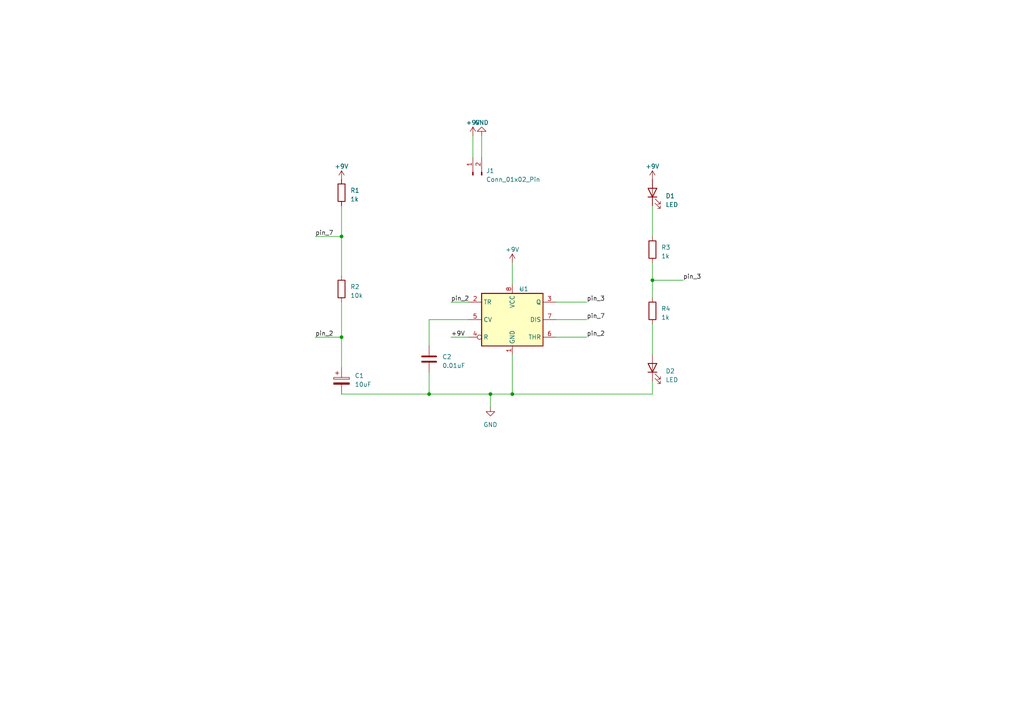
<source format=kicad_sch>
(kicad_sch (version 20230121) (generator eeschema)

  (uuid a2b8cef3-f0e8-41a3-bf7a-105688e3c301)

  (paper "A4")

  (lib_symbols
    (symbol "Connector:Conn_01x02_Pin" (pin_names (offset 1.016) hide) (in_bom yes) (on_board yes)
      (property "Reference" "J" (at 0 2.54 0)
        (effects (font (size 1.27 1.27)))
      )
      (property "Value" "Conn_01x02_Pin" (at 0 -5.08 0)
        (effects (font (size 1.27 1.27)))
      )
      (property "Footprint" "" (at 0 0 0)
        (effects (font (size 1.27 1.27)) hide)
      )
      (property "Datasheet" "~" (at 0 0 0)
        (effects (font (size 1.27 1.27)) hide)
      )
      (property "ki_locked" "" (at 0 0 0)
        (effects (font (size 1.27 1.27)))
      )
      (property "ki_keywords" "connector" (at 0 0 0)
        (effects (font (size 1.27 1.27)) hide)
      )
      (property "ki_description" "Generic connector, single row, 01x02, script generated" (at 0 0 0)
        (effects (font (size 1.27 1.27)) hide)
      )
      (property "ki_fp_filters" "Connector*:*_1x??_*" (at 0 0 0)
        (effects (font (size 1.27 1.27)) hide)
      )
      (symbol "Conn_01x02_Pin_1_1"
        (polyline
          (pts
            (xy 1.27 -2.54)
            (xy 0.8636 -2.54)
          )
          (stroke (width 0.1524) (type default))
          (fill (type none))
        )
        (polyline
          (pts
            (xy 1.27 0)
            (xy 0.8636 0)
          )
          (stroke (width 0.1524) (type default))
          (fill (type none))
        )
        (rectangle (start 0.8636 -2.413) (end 0 -2.667)
          (stroke (width 0.1524) (type default))
          (fill (type outline))
        )
        (rectangle (start 0.8636 0.127) (end 0 -0.127)
          (stroke (width 0.1524) (type default))
          (fill (type outline))
        )
        (pin passive line (at 5.08 0 180) (length 3.81)
          (name "Pin_1" (effects (font (size 1.27 1.27))))
          (number "1" (effects (font (size 1.27 1.27))))
        )
        (pin passive line (at 5.08 -2.54 180) (length 3.81)
          (name "Pin_2" (effects (font (size 1.27 1.27))))
          (number "2" (effects (font (size 1.27 1.27))))
        )
      )
    )
    (symbol "Device:C" (pin_numbers hide) (pin_names (offset 0.254)) (in_bom yes) (on_board yes)
      (property "Reference" "C" (at 0.635 2.54 0)
        (effects (font (size 1.27 1.27)) (justify left))
      )
      (property "Value" "C" (at 0.635 -2.54 0)
        (effects (font (size 1.27 1.27)) (justify left))
      )
      (property "Footprint" "" (at 0.9652 -3.81 0)
        (effects (font (size 1.27 1.27)) hide)
      )
      (property "Datasheet" "~" (at 0 0 0)
        (effects (font (size 1.27 1.27)) hide)
      )
      (property "ki_keywords" "cap capacitor" (at 0 0 0)
        (effects (font (size 1.27 1.27)) hide)
      )
      (property "ki_description" "Unpolarized capacitor" (at 0 0 0)
        (effects (font (size 1.27 1.27)) hide)
      )
      (property "ki_fp_filters" "C_*" (at 0 0 0)
        (effects (font (size 1.27 1.27)) hide)
      )
      (symbol "C_0_1"
        (polyline
          (pts
            (xy -2.032 -0.762)
            (xy 2.032 -0.762)
          )
          (stroke (width 0.508) (type default))
          (fill (type none))
        )
        (polyline
          (pts
            (xy -2.032 0.762)
            (xy 2.032 0.762)
          )
          (stroke (width 0.508) (type default))
          (fill (type none))
        )
      )
      (symbol "C_1_1"
        (pin passive line (at 0 3.81 270) (length 2.794)
          (name "~" (effects (font (size 1.27 1.27))))
          (number "1" (effects (font (size 1.27 1.27))))
        )
        (pin passive line (at 0 -3.81 90) (length 2.794)
          (name "~" (effects (font (size 1.27 1.27))))
          (number "2" (effects (font (size 1.27 1.27))))
        )
      )
    )
    (symbol "Device:C_Polarized" (pin_numbers hide) (pin_names (offset 0.254)) (in_bom yes) (on_board yes)
      (property "Reference" "C" (at 0.635 2.54 0)
        (effects (font (size 1.27 1.27)) (justify left))
      )
      (property "Value" "C_Polarized" (at 0.635 -2.54 0)
        (effects (font (size 1.27 1.27)) (justify left))
      )
      (property "Footprint" "" (at 0.9652 -3.81 0)
        (effects (font (size 1.27 1.27)) hide)
      )
      (property "Datasheet" "~" (at 0 0 0)
        (effects (font (size 1.27 1.27)) hide)
      )
      (property "ki_keywords" "cap capacitor" (at 0 0 0)
        (effects (font (size 1.27 1.27)) hide)
      )
      (property "ki_description" "Polarized capacitor" (at 0 0 0)
        (effects (font (size 1.27 1.27)) hide)
      )
      (property "ki_fp_filters" "CP_*" (at 0 0 0)
        (effects (font (size 1.27 1.27)) hide)
      )
      (symbol "C_Polarized_0_1"
        (rectangle (start -2.286 0.508) (end 2.286 1.016)
          (stroke (width 0) (type default))
          (fill (type none))
        )
        (polyline
          (pts
            (xy -1.778 2.286)
            (xy -0.762 2.286)
          )
          (stroke (width 0) (type default))
          (fill (type none))
        )
        (polyline
          (pts
            (xy -1.27 2.794)
            (xy -1.27 1.778)
          )
          (stroke (width 0) (type default))
          (fill (type none))
        )
        (rectangle (start 2.286 -0.508) (end -2.286 -1.016)
          (stroke (width 0) (type default))
          (fill (type outline))
        )
      )
      (symbol "C_Polarized_1_1"
        (pin passive line (at 0 3.81 270) (length 2.794)
          (name "~" (effects (font (size 1.27 1.27))))
          (number "1" (effects (font (size 1.27 1.27))))
        )
        (pin passive line (at 0 -3.81 90) (length 2.794)
          (name "~" (effects (font (size 1.27 1.27))))
          (number "2" (effects (font (size 1.27 1.27))))
        )
      )
    )
    (symbol "Device:LED" (pin_numbers hide) (pin_names (offset 1.016) hide) (in_bom yes) (on_board yes)
      (property "Reference" "D" (at 0 2.54 0)
        (effects (font (size 1.27 1.27)))
      )
      (property "Value" "LED" (at 0 -2.54 0)
        (effects (font (size 1.27 1.27)))
      )
      (property "Footprint" "" (at 0 0 0)
        (effects (font (size 1.27 1.27)) hide)
      )
      (property "Datasheet" "~" (at 0 0 0)
        (effects (font (size 1.27 1.27)) hide)
      )
      (property "ki_keywords" "LED diode" (at 0 0 0)
        (effects (font (size 1.27 1.27)) hide)
      )
      (property "ki_description" "Light emitting diode" (at 0 0 0)
        (effects (font (size 1.27 1.27)) hide)
      )
      (property "ki_fp_filters" "LED* LED_SMD:* LED_THT:*" (at 0 0 0)
        (effects (font (size 1.27 1.27)) hide)
      )
      (symbol "LED_0_1"
        (polyline
          (pts
            (xy -1.27 -1.27)
            (xy -1.27 1.27)
          )
          (stroke (width 0.254) (type default))
          (fill (type none))
        )
        (polyline
          (pts
            (xy -1.27 0)
            (xy 1.27 0)
          )
          (stroke (width 0) (type default))
          (fill (type none))
        )
        (polyline
          (pts
            (xy 1.27 -1.27)
            (xy 1.27 1.27)
            (xy -1.27 0)
            (xy 1.27 -1.27)
          )
          (stroke (width 0.254) (type default))
          (fill (type none))
        )
        (polyline
          (pts
            (xy -3.048 -0.762)
            (xy -4.572 -2.286)
            (xy -3.81 -2.286)
            (xy -4.572 -2.286)
            (xy -4.572 -1.524)
          )
          (stroke (width 0) (type default))
          (fill (type none))
        )
        (polyline
          (pts
            (xy -1.778 -0.762)
            (xy -3.302 -2.286)
            (xy -2.54 -2.286)
            (xy -3.302 -2.286)
            (xy -3.302 -1.524)
          )
          (stroke (width 0) (type default))
          (fill (type none))
        )
      )
      (symbol "LED_1_1"
        (pin passive line (at -3.81 0 0) (length 2.54)
          (name "K" (effects (font (size 1.27 1.27))))
          (number "1" (effects (font (size 1.27 1.27))))
        )
        (pin passive line (at 3.81 0 180) (length 2.54)
          (name "A" (effects (font (size 1.27 1.27))))
          (number "2" (effects (font (size 1.27 1.27))))
        )
      )
    )
    (symbol "Device:R" (pin_numbers hide) (pin_names (offset 0)) (in_bom yes) (on_board yes)
      (property "Reference" "R" (at 2.032 0 90)
        (effects (font (size 1.27 1.27)))
      )
      (property "Value" "R" (at 0 0 90)
        (effects (font (size 1.27 1.27)))
      )
      (property "Footprint" "" (at -1.778 0 90)
        (effects (font (size 1.27 1.27)) hide)
      )
      (property "Datasheet" "~" (at 0 0 0)
        (effects (font (size 1.27 1.27)) hide)
      )
      (property "ki_keywords" "R res resistor" (at 0 0 0)
        (effects (font (size 1.27 1.27)) hide)
      )
      (property "ki_description" "Resistor" (at 0 0 0)
        (effects (font (size 1.27 1.27)) hide)
      )
      (property "ki_fp_filters" "R_*" (at 0 0 0)
        (effects (font (size 1.27 1.27)) hide)
      )
      (symbol "R_0_1"
        (rectangle (start -1.016 -2.54) (end 1.016 2.54)
          (stroke (width 0.254) (type default))
          (fill (type none))
        )
      )
      (symbol "R_1_1"
        (pin passive line (at 0 3.81 270) (length 1.27)
          (name "~" (effects (font (size 1.27 1.27))))
          (number "1" (effects (font (size 1.27 1.27))))
        )
        (pin passive line (at 0 -3.81 90) (length 1.27)
          (name "~" (effects (font (size 1.27 1.27))))
          (number "2" (effects (font (size 1.27 1.27))))
        )
      )
    )
    (symbol "Timer:NE555D" (in_bom yes) (on_board yes)
      (property "Reference" "U" (at -10.16 8.89 0)
        (effects (font (size 1.27 1.27)) (justify left))
      )
      (property "Value" "NE555D" (at 2.54 8.89 0)
        (effects (font (size 1.27 1.27)) (justify left))
      )
      (property "Footprint" "Package_SO:SOIC-8_3.9x4.9mm_P1.27mm" (at 21.59 -10.16 0)
        (effects (font (size 1.27 1.27)) hide)
      )
      (property "Datasheet" "http://www.ti.com/lit/ds/symlink/ne555.pdf" (at 21.59 -10.16 0)
        (effects (font (size 1.27 1.27)) hide)
      )
      (property "ki_keywords" "single timer 555" (at 0 0 0)
        (effects (font (size 1.27 1.27)) hide)
      )
      (property "ki_description" "Precision Timers, 555 compatible, SOIC-8" (at 0 0 0)
        (effects (font (size 1.27 1.27)) hide)
      )
      (property "ki_fp_filters" "SOIC*3.9x4.9mm*P1.27mm*" (at 0 0 0)
        (effects (font (size 1.27 1.27)) hide)
      )
      (symbol "NE555D_0_0"
        (pin power_in line (at 0 -10.16 90) (length 2.54)
          (name "GND" (effects (font (size 1.27 1.27))))
          (number "1" (effects (font (size 1.27 1.27))))
        )
        (pin power_in line (at 0 10.16 270) (length 2.54)
          (name "VCC" (effects (font (size 1.27 1.27))))
          (number "8" (effects (font (size 1.27 1.27))))
        )
      )
      (symbol "NE555D_0_1"
        (rectangle (start -8.89 -7.62) (end 8.89 7.62)
          (stroke (width 0.254) (type default))
          (fill (type background))
        )
        (rectangle (start -8.89 -7.62) (end 8.89 7.62)
          (stroke (width 0.254) (type default))
          (fill (type background))
        )
      )
      (symbol "NE555D_1_1"
        (pin input line (at -12.7 5.08 0) (length 3.81)
          (name "TR" (effects (font (size 1.27 1.27))))
          (number "2" (effects (font (size 1.27 1.27))))
        )
        (pin output line (at 12.7 5.08 180) (length 3.81)
          (name "Q" (effects (font (size 1.27 1.27))))
          (number "3" (effects (font (size 1.27 1.27))))
        )
        (pin input inverted (at -12.7 -5.08 0) (length 3.81)
          (name "R" (effects (font (size 1.27 1.27))))
          (number "4" (effects (font (size 1.27 1.27))))
        )
        (pin input line (at -12.7 0 0) (length 3.81)
          (name "CV" (effects (font (size 1.27 1.27))))
          (number "5" (effects (font (size 1.27 1.27))))
        )
        (pin input line (at 12.7 -5.08 180) (length 3.81)
          (name "THR" (effects (font (size 1.27 1.27))))
          (number "6" (effects (font (size 1.27 1.27))))
        )
        (pin input line (at 12.7 0 180) (length 3.81)
          (name "DIS" (effects (font (size 1.27 1.27))))
          (number "7" (effects (font (size 1.27 1.27))))
        )
      )
    )
    (symbol "power:+9V" (power) (pin_names (offset 0)) (in_bom yes) (on_board yes)
      (property "Reference" "#PWR" (at 0 -3.81 0)
        (effects (font (size 1.27 1.27)) hide)
      )
      (property "Value" "+9V" (at 0 3.556 0)
        (effects (font (size 1.27 1.27)))
      )
      (property "Footprint" "" (at 0 0 0)
        (effects (font (size 1.27 1.27)) hide)
      )
      (property "Datasheet" "" (at 0 0 0)
        (effects (font (size 1.27 1.27)) hide)
      )
      (property "ki_keywords" "global power" (at 0 0 0)
        (effects (font (size 1.27 1.27)) hide)
      )
      (property "ki_description" "Power symbol creates a global label with name \"+9V\"" (at 0 0 0)
        (effects (font (size 1.27 1.27)) hide)
      )
      (symbol "+9V_0_1"
        (polyline
          (pts
            (xy -0.762 1.27)
            (xy 0 2.54)
          )
          (stroke (width 0) (type default))
          (fill (type none))
        )
        (polyline
          (pts
            (xy 0 0)
            (xy 0 2.54)
          )
          (stroke (width 0) (type default))
          (fill (type none))
        )
        (polyline
          (pts
            (xy 0 2.54)
            (xy 0.762 1.27)
          )
          (stroke (width 0) (type default))
          (fill (type none))
        )
      )
      (symbol "+9V_1_1"
        (pin power_in line (at 0 0 90) (length 0) hide
          (name "+9V" (effects (font (size 1.27 1.27))))
          (number "1" (effects (font (size 1.27 1.27))))
        )
      )
    )
    (symbol "power:GND" (power) (pin_names (offset 0)) (in_bom yes) (on_board yes)
      (property "Reference" "#PWR" (at 0 -6.35 0)
        (effects (font (size 1.27 1.27)) hide)
      )
      (property "Value" "GND" (at 0 -3.81 0)
        (effects (font (size 1.27 1.27)))
      )
      (property "Footprint" "" (at 0 0 0)
        (effects (font (size 1.27 1.27)) hide)
      )
      (property "Datasheet" "" (at 0 0 0)
        (effects (font (size 1.27 1.27)) hide)
      )
      (property "ki_keywords" "global power" (at 0 0 0)
        (effects (font (size 1.27 1.27)) hide)
      )
      (property "ki_description" "Power symbol creates a global label with name \"GND\" , ground" (at 0 0 0)
        (effects (font (size 1.27 1.27)) hide)
      )
      (symbol "GND_0_1"
        (polyline
          (pts
            (xy 0 0)
            (xy 0 -1.27)
            (xy 1.27 -1.27)
            (xy 0 -2.54)
            (xy -1.27 -1.27)
            (xy 0 -1.27)
          )
          (stroke (width 0) (type default))
          (fill (type none))
        )
      )
      (symbol "GND_1_1"
        (pin power_in line (at 0 0 270) (length 0) hide
          (name "GND" (effects (font (size 1.27 1.27))))
          (number "1" (effects (font (size 1.27 1.27))))
        )
      )
    )
  )


  (junction (at 148.59 114.3) (diameter 0) (color 0 0 0 0)
    (uuid 3316733d-92da-4702-9bab-2b86f07355fc)
  )
  (junction (at 189.23 81.28) (diameter 0) (color 0 0 0 0)
    (uuid 881f1f10-479d-4c19-8c87-f38a536bb9f4)
  )
  (junction (at 99.06 68.58) (diameter 0) (color 0 0 0 0)
    (uuid b4fa594e-f9d5-409d-a73f-21df863c229f)
  )
  (junction (at 124.46 114.3) (diameter 0) (color 0 0 0 0)
    (uuid c49bf0d9-5fc1-45a5-9574-3ff9f6c63a9e)
  )
  (junction (at 99.06 97.79) (diameter 0) (color 0 0 0 0)
    (uuid e0134eec-1586-4db7-b76d-2e27b400680b)
  )
  (junction (at 142.24 114.3) (diameter 0) (color 0 0 0 0)
    (uuid f7dbf279-c9d3-4903-beb2-86582bc81b9c)
  )

  (wire (pts (xy 189.23 93.98) (xy 189.23 102.87))
    (stroke (width 0) (type default))
    (uuid 05d337d3-6607-486b-89f1-2bb7586a5a9a)
  )
  (wire (pts (xy 130.81 97.79) (xy 135.89 97.79))
    (stroke (width 0) (type default))
    (uuid 1d617747-56a8-4811-98d7-ae6ce783af09)
  )
  (wire (pts (xy 189.23 110.49) (xy 189.23 114.3))
    (stroke (width 0) (type default))
    (uuid 1ff171fe-0c7d-40ce-8ba4-401c1c82c4b2)
  )
  (wire (pts (xy 189.23 76.2) (xy 189.23 81.28))
    (stroke (width 0) (type default))
    (uuid 21a6cd08-95f6-4238-b31d-6a7c9ba34ac6)
  )
  (wire (pts (xy 91.44 97.79) (xy 99.06 97.79))
    (stroke (width 0) (type default))
    (uuid 305d21a0-ca44-431d-b8d2-08cba5d81238)
  )
  (wire (pts (xy 99.06 114.3) (xy 124.46 114.3))
    (stroke (width 0) (type default))
    (uuid 33435594-9127-4c46-bd55-6d68b715f99a)
  )
  (wire (pts (xy 99.06 87.63) (xy 99.06 97.79))
    (stroke (width 0) (type default))
    (uuid 395d6632-8a35-4ab6-beb1-7b992257dd1e)
  )
  (wire (pts (xy 148.59 76.2) (xy 148.59 82.55))
    (stroke (width 0) (type default))
    (uuid 44648a3b-0755-4896-bdc3-21e5f884b26d)
  )
  (wire (pts (xy 124.46 100.33) (xy 124.46 92.71))
    (stroke (width 0) (type default))
    (uuid 4f7e0f4a-c44d-4646-a41e-4f7ed8f429a6)
  )
  (wire (pts (xy 142.24 114.3) (xy 142.24 118.11))
    (stroke (width 0) (type default))
    (uuid 5040e63b-7d4f-4010-b15b-0edc113f936c)
  )
  (wire (pts (xy 99.06 59.69) (xy 99.06 68.58))
    (stroke (width 0) (type default))
    (uuid 5a83db5d-4467-492e-9042-89ede7800a52)
  )
  (wire (pts (xy 142.24 114.3) (xy 124.46 114.3))
    (stroke (width 0) (type default))
    (uuid 645f46db-4106-415c-9974-aea4f62b1c2a)
  )
  (wire (pts (xy 91.44 68.58) (xy 99.06 68.58))
    (stroke (width 0) (type default))
    (uuid 6c5cf3f5-cb00-49a3-9576-fddd6cf64c04)
  )
  (wire (pts (xy 130.81 87.63) (xy 135.89 87.63))
    (stroke (width 0) (type default))
    (uuid 6ee5453c-786e-4ae5-9570-641ba56c946e)
  )
  (wire (pts (xy 161.29 87.63) (xy 170.18 87.63))
    (stroke (width 0) (type default))
    (uuid 7b2cded1-d3cf-4cdf-9f7d-a8ae794cc8c1)
  )
  (wire (pts (xy 137.16 39.37) (xy 137.16 45.72))
    (stroke (width 0) (type default))
    (uuid 8ed07e08-91d8-44a6-af57-87e6318334f8)
  )
  (wire (pts (xy 189.23 81.28) (xy 189.23 86.36))
    (stroke (width 0) (type default))
    (uuid 90b1867b-9be7-480c-aa17-d49cdd024fb4)
  )
  (wire (pts (xy 124.46 114.3) (xy 124.46 107.95))
    (stroke (width 0) (type default))
    (uuid a27e3ddd-cd08-46f6-97ac-c0411e977527)
  )
  (wire (pts (xy 139.7 39.37) (xy 139.7 45.72))
    (stroke (width 0) (type default))
    (uuid a2ea8b6c-fcf7-4599-9612-290c13a1ec58)
  )
  (wire (pts (xy 99.06 97.79) (xy 99.06 106.68))
    (stroke (width 0) (type default))
    (uuid a637f0c4-f98a-47df-85ad-309b571c39e7)
  )
  (wire (pts (xy 148.59 114.3) (xy 142.24 114.3))
    (stroke (width 0) (type default))
    (uuid b678b9ad-6854-4f67-aa7f-99934fb5d952)
  )
  (wire (pts (xy 148.59 102.87) (xy 148.59 114.3))
    (stroke (width 0) (type default))
    (uuid babff324-a777-4f32-ab97-0bdbbc38427a)
  )
  (wire (pts (xy 148.59 114.3) (xy 189.23 114.3))
    (stroke (width 0) (type default))
    (uuid cf73bc97-9c92-4ae2-8ecf-3cfef5269033)
  )
  (wire (pts (xy 99.06 68.58) (xy 99.06 80.01))
    (stroke (width 0) (type default))
    (uuid d127e391-ff9b-43f1-be73-b3e32f414e96)
  )
  (wire (pts (xy 189.23 81.28) (xy 198.12 81.28))
    (stroke (width 0) (type default))
    (uuid d55c96c7-bb4b-4a02-91aa-b534813ef373)
  )
  (wire (pts (xy 124.46 92.71) (xy 135.89 92.71))
    (stroke (width 0) (type default))
    (uuid e34c9f0c-12dd-4d11-8817-36eb6d6599ee)
  )
  (wire (pts (xy 161.29 97.79) (xy 170.18 97.79))
    (stroke (width 0) (type default))
    (uuid f44f3494-6080-419c-a9b4-e1d685afa86e)
  )
  (wire (pts (xy 161.29 92.71) (xy 170.18 92.71))
    (stroke (width 0) (type default))
    (uuid f9ce9e01-e0ff-4fb0-bb07-5efd3efd4cb2)
  )
  (wire (pts (xy 189.23 59.69) (xy 189.23 68.58))
    (stroke (width 0) (type default))
    (uuid ff7224f6-2372-4c31-bd46-456596dc6614)
  )

  (label "pin_7" (at 91.44 68.58 0) (fields_autoplaced)
    (effects (font (size 1.27 1.27)) (justify left bottom))
    (uuid 65a0a9c4-d39d-4c58-acae-f89d67ff169e)
  )
  (label "pin_3" (at 198.12 81.28 0) (fields_autoplaced)
    (effects (font (size 1.27 1.27)) (justify left bottom))
    (uuid 6e9aea1c-cdf8-4002-9cd4-ec2f4e196080)
  )
  (label "pin_2" (at 91.44 97.79 0) (fields_autoplaced)
    (effects (font (size 1.27 1.27)) (justify left bottom))
    (uuid 7fe7f180-984b-4728-8b49-d702edf9c865)
  )
  (label "pin_2" (at 130.81 87.63 0) (fields_autoplaced)
    (effects (font (size 1.27 1.27)) (justify left bottom))
    (uuid 8ae79972-7153-41c4-a76a-c036b742017c)
  )
  (label "+9V" (at 130.81 97.79 0) (fields_autoplaced)
    (effects (font (size 1.27 1.27)) (justify left bottom))
    (uuid a67ab2f0-67d5-4228-b573-77c8ebd723f4)
  )
  (label "pin_2" (at 170.18 97.79 0) (fields_autoplaced)
    (effects (font (size 1.27 1.27)) (justify left bottom))
    (uuid c8b24032-a719-41ef-9acc-12c1700afa66)
  )
  (label "pin_7" (at 170.18 92.71 0) (fields_autoplaced)
    (effects (font (size 1.27 1.27)) (justify left bottom))
    (uuid e21462c4-6590-4e29-bd8b-bdbd2eb3892d)
  )
  (label "pin_3" (at 170.18 87.63 0) (fields_autoplaced)
    (effects (font (size 1.27 1.27)) (justify left bottom))
    (uuid e83fcc1b-12c5-452b-b882-c38f78d9b540)
  )

  (symbol (lib_id "Connector:Conn_01x02_Pin") (at 137.16 50.8 90) (unit 1)
    (in_bom yes) (on_board yes) (dnp no) (fields_autoplaced)
    (uuid 0315c4be-b064-4c0b-86b1-1046281d48b3)
    (property "Reference" "J1" (at 140.97 49.53 90)
      (effects (font (size 1.27 1.27)) (justify right))
    )
    (property "Value" "Conn_01x02_Pin" (at 140.97 52.07 90)
      (effects (font (size 1.27 1.27)) (justify right))
    )
    (property "Footprint" "" (at 137.16 50.8 0)
      (effects (font (size 1.27 1.27)) hide)
    )
    (property "Datasheet" "~" (at 137.16 50.8 0)
      (effects (font (size 1.27 1.27)) hide)
    )
    (pin "1" (uuid a36c067a-574e-4180-ab14-b9f4c25a046a))
    (pin "2" (uuid 211355d9-b8b1-4342-993e-08e3b4ac6d35))
    (instances
      (project "555 timer"
        (path "/a2b8cef3-f0e8-41a3-bf7a-105688e3c301"
          (reference "J1") (unit 1)
        )
      )
    )
  )

  (symbol (lib_id "power:+9V") (at 99.06 52.07 0) (unit 1)
    (in_bom yes) (on_board yes) (dnp no) (fields_autoplaced)
    (uuid 03ebd95f-2c85-454b-a05b-2f2820123cca)
    (property "Reference" "#PWR04" (at 99.06 55.88 0)
      (effects (font (size 1.27 1.27)) hide)
    )
    (property "Value" "+9V" (at 99.06 48.26 0)
      (effects (font (size 1.27 1.27)))
    )
    (property "Footprint" "" (at 99.06 52.07 0)
      (effects (font (size 1.27 1.27)) hide)
    )
    (property "Datasheet" "" (at 99.06 52.07 0)
      (effects (font (size 1.27 1.27)) hide)
    )
    (pin "1" (uuid 03c5d186-5a43-4601-b861-4bdccb33ca95))
    (instances
      (project "555 timer"
        (path "/a2b8cef3-f0e8-41a3-bf7a-105688e3c301"
          (reference "#PWR04") (unit 1)
        )
      )
    )
  )

  (symbol (lib_id "Device:R") (at 189.23 90.17 0) (unit 1)
    (in_bom yes) (on_board yes) (dnp no) (fields_autoplaced)
    (uuid 07a2eee8-8794-4cb8-914a-78893592f37f)
    (property "Reference" "R4" (at 191.77 89.535 0)
      (effects (font (size 1.27 1.27)) (justify left))
    )
    (property "Value" "1k" (at 191.77 92.075 0)
      (effects (font (size 1.27 1.27)) (justify left))
    )
    (property "Footprint" "" (at 187.452 90.17 90)
      (effects (font (size 1.27 1.27)) hide)
    )
    (property "Datasheet" "~" (at 189.23 90.17 0)
      (effects (font (size 1.27 1.27)) hide)
    )
    (pin "1" (uuid 14b7022f-165b-4950-9957-3695865d475b))
    (pin "2" (uuid 93be01bd-3e6a-41b4-8a26-4578dc62a427))
    (instances
      (project "555 timer"
        (path "/a2b8cef3-f0e8-41a3-bf7a-105688e3c301"
          (reference "R4") (unit 1)
        )
      )
    )
  )

  (symbol (lib_id "power:+9V") (at 189.23 52.07 0) (unit 1)
    (in_bom yes) (on_board yes) (dnp no) (fields_autoplaced)
    (uuid 0ec6f54b-444c-46e3-a067-bd66d688ad53)
    (property "Reference" "#PWR02" (at 189.23 55.88 0)
      (effects (font (size 1.27 1.27)) hide)
    )
    (property "Value" "+9V" (at 189.23 48.26 0)
      (effects (font (size 1.27 1.27)))
    )
    (property "Footprint" "" (at 189.23 52.07 0)
      (effects (font (size 1.27 1.27)) hide)
    )
    (property "Datasheet" "" (at 189.23 52.07 0)
      (effects (font (size 1.27 1.27)) hide)
    )
    (pin "1" (uuid a2ecb937-f8bd-4b04-89ac-c08b6a50e4ce))
    (instances
      (project "555 timer"
        (path "/a2b8cef3-f0e8-41a3-bf7a-105688e3c301"
          (reference "#PWR02") (unit 1)
        )
      )
    )
  )

  (symbol (lib_id "power:GND") (at 142.24 118.11 0) (unit 1)
    (in_bom yes) (on_board yes) (dnp no) (fields_autoplaced)
    (uuid 16eca34c-7a87-4c47-8cbb-8ce63b4e6293)
    (property "Reference" "#PWR01" (at 142.24 124.46 0)
      (effects (font (size 1.27 1.27)) hide)
    )
    (property "Value" "GND" (at 142.24 123.19 0)
      (effects (font (size 1.27 1.27)))
    )
    (property "Footprint" "" (at 142.24 118.11 0)
      (effects (font (size 1.27 1.27)) hide)
    )
    (property "Datasheet" "" (at 142.24 118.11 0)
      (effects (font (size 1.27 1.27)) hide)
    )
    (pin "1" (uuid ff68c0ae-9b28-4c06-9a5a-d81d8bf4ccb6))
    (instances
      (project "555 timer"
        (path "/a2b8cef3-f0e8-41a3-bf7a-105688e3c301"
          (reference "#PWR01") (unit 1)
        )
      )
    )
  )

  (symbol (lib_id "Device:C") (at 124.46 104.14 0) (unit 1)
    (in_bom yes) (on_board yes) (dnp no) (fields_autoplaced)
    (uuid 20cd8f28-1e37-42c6-97d2-e86a2c8049d9)
    (property "Reference" "C2" (at 128.27 103.505 0)
      (effects (font (size 1.27 1.27)) (justify left))
    )
    (property "Value" "0.01uF" (at 128.27 106.045 0)
      (effects (font (size 1.27 1.27)) (justify left))
    )
    (property "Footprint" "" (at 125.4252 107.95 0)
      (effects (font (size 1.27 1.27)) hide)
    )
    (property "Datasheet" "~" (at 124.46 104.14 0)
      (effects (font (size 1.27 1.27)) hide)
    )
    (pin "1" (uuid 8d4a0609-3260-4f37-8805-5d80454a9561))
    (pin "2" (uuid d2d46b8b-d88a-4764-b29c-74a7f3b4f518))
    (instances
      (project "555 timer"
        (path "/a2b8cef3-f0e8-41a3-bf7a-105688e3c301"
          (reference "C2") (unit 1)
        )
      )
    )
  )

  (symbol (lib_id "Device:R") (at 189.23 72.39 0) (unit 1)
    (in_bom yes) (on_board yes) (dnp no) (fields_autoplaced)
    (uuid 27fb19ab-64c0-46a5-9b8f-148cc5d14cff)
    (property "Reference" "R3" (at 191.77 71.755 0)
      (effects (font (size 1.27 1.27)) (justify left))
    )
    (property "Value" "1k" (at 191.77 74.295 0)
      (effects (font (size 1.27 1.27)) (justify left))
    )
    (property "Footprint" "" (at 187.452 72.39 90)
      (effects (font (size 1.27 1.27)) hide)
    )
    (property "Datasheet" "~" (at 189.23 72.39 0)
      (effects (font (size 1.27 1.27)) hide)
    )
    (pin "1" (uuid f80c7f76-ff5c-4f32-8ea8-c5b52ba2e4c3))
    (pin "2" (uuid c2f72ea5-10b5-4e17-9670-e58d5bac4016))
    (instances
      (project "555 timer"
        (path "/a2b8cef3-f0e8-41a3-bf7a-105688e3c301"
          (reference "R3") (unit 1)
        )
      )
    )
  )

  (symbol (lib_id "Device:LED") (at 189.23 106.68 90) (unit 1)
    (in_bom yes) (on_board yes) (dnp no) (fields_autoplaced)
    (uuid 513ae135-72f0-400f-996b-16f72b4319d6)
    (property "Reference" "D2" (at 193.04 107.6325 90)
      (effects (font (size 1.27 1.27)) (justify right))
    )
    (property "Value" "LED" (at 193.04 110.1725 90)
      (effects (font (size 1.27 1.27)) (justify right))
    )
    (property "Footprint" "" (at 189.23 106.68 0)
      (effects (font (size 1.27 1.27)) hide)
    )
    (property "Datasheet" "~" (at 189.23 106.68 0)
      (effects (font (size 1.27 1.27)) hide)
    )
    (pin "1" (uuid 5548126e-6b4d-4a59-9d57-47b1cbd92b45))
    (pin "2" (uuid a4d4b301-430f-44a1-99fb-2903af131b6d))
    (instances
      (project "555 timer"
        (path "/a2b8cef3-f0e8-41a3-bf7a-105688e3c301"
          (reference "D2") (unit 1)
        )
      )
    )
  )

  (symbol (lib_id "power:+9V") (at 137.16 39.37 0) (unit 1)
    (in_bom yes) (on_board yes) (dnp no) (fields_autoplaced)
    (uuid 5c320511-8644-4e7f-9706-9df851c61fc4)
    (property "Reference" "#PWR05" (at 137.16 43.18 0)
      (effects (font (size 1.27 1.27)) hide)
    )
    (property "Value" "+9V" (at 137.16 35.56 0)
      (effects (font (size 1.27 1.27)))
    )
    (property "Footprint" "" (at 137.16 39.37 0)
      (effects (font (size 1.27 1.27)) hide)
    )
    (property "Datasheet" "" (at 137.16 39.37 0)
      (effects (font (size 1.27 1.27)) hide)
    )
    (pin "1" (uuid 7afa8d14-866a-4afe-88ef-d88ba33a1cbf))
    (instances
      (project "555 timer"
        (path "/a2b8cef3-f0e8-41a3-bf7a-105688e3c301"
          (reference "#PWR05") (unit 1)
        )
      )
    )
  )

  (symbol (lib_id "Device:LED") (at 189.23 55.88 90) (unit 1)
    (in_bom yes) (on_board yes) (dnp no) (fields_autoplaced)
    (uuid 63780f50-8664-439f-9b4d-14f50ed2a457)
    (property "Reference" "D1" (at 193.04 56.8325 90)
      (effects (font (size 1.27 1.27)) (justify right))
    )
    (property "Value" "LED" (at 193.04 59.3725 90)
      (effects (font (size 1.27 1.27)) (justify right))
    )
    (property "Footprint" "" (at 189.23 55.88 0)
      (effects (font (size 1.27 1.27)) hide)
    )
    (property "Datasheet" "~" (at 189.23 55.88 0)
      (effects (font (size 1.27 1.27)) hide)
    )
    (pin "1" (uuid 3522270e-2f34-4d7f-ad3c-8cf6bb783f94))
    (pin "2" (uuid c90f2d83-11dd-4067-8fcf-038a48248be3))
    (instances
      (project "555 timer"
        (path "/a2b8cef3-f0e8-41a3-bf7a-105688e3c301"
          (reference "D1") (unit 1)
        )
      )
    )
  )

  (symbol (lib_id "Timer:NE555D") (at 148.59 92.71 0) (unit 1)
    (in_bom yes) (on_board yes) (dnp no) (fields_autoplaced)
    (uuid 774b6d30-c06d-47a9-ac68-ab43c3a83573)
    (property "Reference" "U1" (at 150.5459 83.82 0)
      (effects (font (size 1.27 1.27)) (justify left))
    )
    (property "Value" "~" (at 150.5459 83.82 0)
      (effects (font (size 1.27 1.27)) (justify left))
    )
    (property "Footprint" "Package_SO:SOIC-8_3.9x4.9mm_P1.27mm" (at 170.18 102.87 0)
      (effects (font (size 1.27 1.27)) hide)
    )
    (property "Datasheet" "http://www.ti.com/lit/ds/symlink/ne555.pdf" (at 170.18 102.87 0)
      (effects (font (size 1.27 1.27)) hide)
    )
    (pin "1" (uuid 63655f5c-1aa0-4b44-be5c-c0ee7b4c72b2))
    (pin "8" (uuid c5e1082e-25a1-4afd-8478-5a98ff277e8c))
    (pin "2" (uuid d9f47438-8540-4d37-a4d7-b082f5755e99))
    (pin "3" (uuid 7df1a0cc-5bd1-42fd-907b-9e992bd1db0d))
    (pin "4" (uuid 6f9daf9b-324e-4de3-a4d6-a1183b79f436))
    (pin "5" (uuid 8e34f54e-d1cd-4602-a88a-b75d4a7111c8))
    (pin "6" (uuid 26c415c2-6706-4e42-9299-973d38fab7d0))
    (pin "7" (uuid e51faaed-0d53-48d9-96f5-c7bf18783e7f))
    (instances
      (project "555 timer"
        (path "/a2b8cef3-f0e8-41a3-bf7a-105688e3c301"
          (reference "U1") (unit 1)
        )
      )
    )
  )

  (symbol (lib_id "Device:C_Polarized") (at 99.06 110.49 0) (unit 1)
    (in_bom yes) (on_board yes) (dnp no) (fields_autoplaced)
    (uuid 9c621a02-8e3d-4d30-96ac-ffe92b0027c5)
    (property "Reference" "C1" (at 102.87 108.966 0)
      (effects (font (size 1.27 1.27)) (justify left))
    )
    (property "Value" "10uF" (at 102.87 111.506 0)
      (effects (font (size 1.27 1.27)) (justify left))
    )
    (property "Footprint" "" (at 100.0252 114.3 0)
      (effects (font (size 1.27 1.27)) hide)
    )
    (property "Datasheet" "~" (at 99.06 110.49 0)
      (effects (font (size 1.27 1.27)) hide)
    )
    (pin "1" (uuid 7a8fb3e2-bca6-464d-a4a1-a3902f6ebce6))
    (pin "2" (uuid aec85564-ee4a-446b-b316-ecf4047c7ec0))
    (instances
      (project "555 timer"
        (path "/a2b8cef3-f0e8-41a3-bf7a-105688e3c301"
          (reference "C1") (unit 1)
        )
      )
    )
  )

  (symbol (lib_id "power:GND") (at 139.7 39.37 180) (unit 1)
    (in_bom yes) (on_board yes) (dnp no) (fields_autoplaced)
    (uuid a279a8ac-6daa-479b-bc1f-104ebe9af218)
    (property "Reference" "#PWR06" (at 139.7 33.02 0)
      (effects (font (size 1.27 1.27)) hide)
    )
    (property "Value" "GND" (at 139.7 35.56 0)
      (effects (font (size 1.27 1.27)))
    )
    (property "Footprint" "" (at 139.7 39.37 0)
      (effects (font (size 1.27 1.27)) hide)
    )
    (property "Datasheet" "" (at 139.7 39.37 0)
      (effects (font (size 1.27 1.27)) hide)
    )
    (pin "1" (uuid 02c6ea22-27e5-4e17-b27d-05f0366914bf))
    (instances
      (project "555 timer"
        (path "/a2b8cef3-f0e8-41a3-bf7a-105688e3c301"
          (reference "#PWR06") (unit 1)
        )
      )
    )
  )

  (symbol (lib_id "Device:R") (at 99.06 55.88 0) (unit 1)
    (in_bom yes) (on_board yes) (dnp no) (fields_autoplaced)
    (uuid e44a5255-a928-44ef-970a-0e3d8d67b315)
    (property "Reference" "R1" (at 101.6 55.245 0)
      (effects (font (size 1.27 1.27)) (justify left))
    )
    (property "Value" "1k" (at 101.6 57.785 0)
      (effects (font (size 1.27 1.27)) (justify left))
    )
    (property "Footprint" "" (at 97.282 55.88 90)
      (effects (font (size 1.27 1.27)) hide)
    )
    (property "Datasheet" "~" (at 99.06 55.88 0)
      (effects (font (size 1.27 1.27)) hide)
    )
    (pin "1" (uuid 67e0e898-6086-4fab-9872-af77b187579e))
    (pin "2" (uuid acf2cf27-6363-4421-a9d3-8a171c66a52d))
    (instances
      (project "555 timer"
        (path "/a2b8cef3-f0e8-41a3-bf7a-105688e3c301"
          (reference "R1") (unit 1)
        )
      )
    )
  )

  (symbol (lib_id "Device:R") (at 99.06 83.82 0) (unit 1)
    (in_bom yes) (on_board yes) (dnp no) (fields_autoplaced)
    (uuid e8f471de-8b2c-4d04-87f9-fae10e64ce79)
    (property "Reference" "R2" (at 101.6 83.185 0)
      (effects (font (size 1.27 1.27)) (justify left))
    )
    (property "Value" "10k" (at 101.6 85.725 0)
      (effects (font (size 1.27 1.27)) (justify left))
    )
    (property "Footprint" "" (at 97.282 83.82 90)
      (effects (font (size 1.27 1.27)) hide)
    )
    (property "Datasheet" "~" (at 99.06 83.82 0)
      (effects (font (size 1.27 1.27)) hide)
    )
    (pin "1" (uuid ee20c0a5-6493-4810-8f13-9201c08cbd10))
    (pin "2" (uuid abe356c8-50f9-495c-ae7e-4cae23648390))
    (instances
      (project "555 timer"
        (path "/a2b8cef3-f0e8-41a3-bf7a-105688e3c301"
          (reference "R2") (unit 1)
        )
      )
    )
  )

  (symbol (lib_id "power:+9V") (at 148.59 76.2 0) (unit 1)
    (in_bom yes) (on_board yes) (dnp no) (fields_autoplaced)
    (uuid ede4b709-cf63-4889-aec0-cacd3594e8e5)
    (property "Reference" "#PWR03" (at 148.59 80.01 0)
      (effects (font (size 1.27 1.27)) hide)
    )
    (property "Value" "+9V" (at 148.59 72.39 0)
      (effects (font (size 1.27 1.27)))
    )
    (property "Footprint" "" (at 148.59 76.2 0)
      (effects (font (size 1.27 1.27)) hide)
    )
    (property "Datasheet" "" (at 148.59 76.2 0)
      (effects (font (size 1.27 1.27)) hide)
    )
    (pin "1" (uuid d8503bae-7611-47fd-8e76-8cc4c47e8355))
    (instances
      (project "555 timer"
        (path "/a2b8cef3-f0e8-41a3-bf7a-105688e3c301"
          (reference "#PWR03") (unit 1)
        )
      )
    )
  )

  (sheet_instances
    (path "/" (page "1"))
  )
)

</source>
